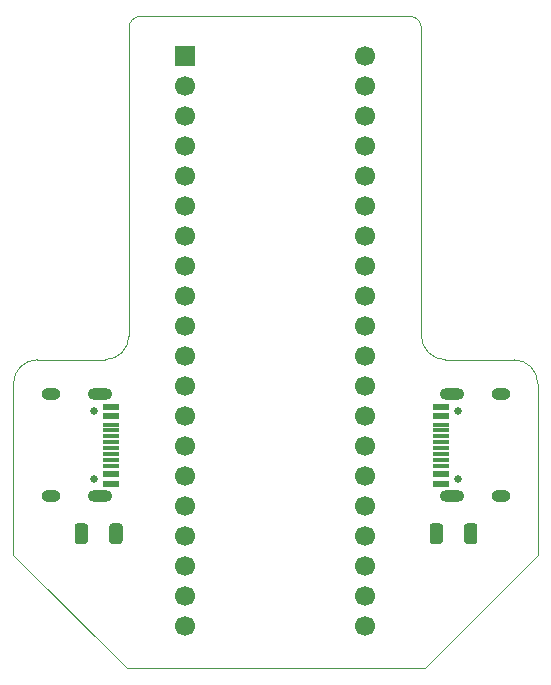
<source format=gbr>
%TF.GenerationSoftware,KiCad,Pcbnew,(5.1.10-1-10_14)*%
%TF.CreationDate,2021-07-13T06:28:44-07:00*%
%TF.ProjectId,Synapse,53796e61-7073-4652-9e6b-696361645f70,rev?*%
%TF.SameCoordinates,Original*%
%TF.FileFunction,Soldermask,Top*%
%TF.FilePolarity,Negative*%
%FSLAX46Y46*%
G04 Gerber Fmt 4.6, Leading zero omitted, Abs format (unit mm)*
G04 Created by KiCad (PCBNEW (5.1.10-1-10_14)) date 2021-07-13 06:28:44*
%MOMM*%
%LPD*%
G01*
G04 APERTURE LIST*
%TA.AperFunction,Profile*%
%ADD10C,0.050000*%
%TD*%
%ADD11R,1.450000X0.600000*%
%ADD12R,1.450000X0.300000*%
%ADD13O,2.100000X1.000000*%
%ADD14C,0.650000*%
%ADD15O,1.600000X1.000000*%
%ADD16C,1.700000*%
%ADD17R,1.700000X1.700000*%
G04 APERTURE END LIST*
D10*
X163474400Y-75285600D02*
X173050200Y-65684400D01*
X138277600Y-75285600D02*
X128651000Y-65684400D01*
X171018200Y-49149000D02*
G75*
G02*
X173050200Y-51181000I0J-2032000D01*
G01*
X128651000Y-51181000D02*
G75*
G02*
X130683000Y-49149000I2032000J0D01*
G01*
X163195000Y-47117000D02*
X163195000Y-21082000D01*
X138430000Y-47117000D02*
X138430000Y-21082000D01*
X165227000Y-49149000D02*
X171018200Y-49149000D01*
X136398000Y-49149000D02*
X130683000Y-49149000D01*
X165227000Y-49149000D02*
G75*
G02*
X163195000Y-47117000I0J2032000D01*
G01*
X138430000Y-47117000D02*
G75*
G02*
X136398000Y-49149000I-2032000J0D01*
G01*
X139446000Y-20066000D02*
X162179000Y-20066000D01*
X128651000Y-65684400D02*
X128651000Y-51181000D01*
X163474400Y-75285600D02*
X138277600Y-75285600D01*
X173050200Y-51181000D02*
X173050200Y-65684400D01*
X162179000Y-20066000D02*
G75*
G02*
X163195000Y-21082000I0J-1016000D01*
G01*
X138430000Y-21082000D02*
G75*
G02*
X139446000Y-20066000I1016000J0D01*
G01*
%TO.C,R2*%
G36*
G01*
X166812800Y-64506001D02*
X166812800Y-63255999D01*
G75*
G02*
X167062799Y-63006000I249999J0D01*
G01*
X167687801Y-63006000D01*
G75*
G02*
X167937800Y-63255999I0J-249999D01*
G01*
X167937800Y-64506001D01*
G75*
G02*
X167687801Y-64756000I-249999J0D01*
G01*
X167062799Y-64756000D01*
G75*
G02*
X166812800Y-64506001I0J249999D01*
G01*
G37*
G36*
G01*
X163887800Y-64506001D02*
X163887800Y-63255999D01*
G75*
G02*
X164137799Y-63006000I249999J0D01*
G01*
X164762801Y-63006000D01*
G75*
G02*
X165012800Y-63255999I0J-249999D01*
G01*
X165012800Y-64506001D01*
G75*
G02*
X164762801Y-64756000I-249999J0D01*
G01*
X164137799Y-64756000D01*
G75*
G02*
X163887800Y-64506001I0J249999D01*
G01*
G37*
%TD*%
%TO.C,R1*%
G36*
G01*
X134964600Y-63255999D02*
X134964600Y-64506001D01*
G75*
G02*
X134714601Y-64756000I-249999J0D01*
G01*
X134089599Y-64756000D01*
G75*
G02*
X133839600Y-64506001I0J249999D01*
G01*
X133839600Y-63255999D01*
G75*
G02*
X134089599Y-63006000I249999J0D01*
G01*
X134714601Y-63006000D01*
G75*
G02*
X134964600Y-63255999I0J-249999D01*
G01*
G37*
G36*
G01*
X137889600Y-63255999D02*
X137889600Y-64506001D01*
G75*
G02*
X137639601Y-64756000I-249999J0D01*
G01*
X137014599Y-64756000D01*
G75*
G02*
X136764600Y-64506001I0J249999D01*
G01*
X136764600Y-63255999D01*
G75*
G02*
X137014599Y-63006000I249999J0D01*
G01*
X137639601Y-63006000D01*
G75*
G02*
X137889600Y-63255999I0J-249999D01*
G01*
G37*
%TD*%
D11*
%TO.C,USB1*%
X136887000Y-59638000D03*
X136887000Y-58838000D03*
X136887000Y-53938000D03*
X136887000Y-53138000D03*
X136887000Y-53138000D03*
X136887000Y-53938000D03*
X136887000Y-58838000D03*
X136887000Y-59638000D03*
D12*
X136887000Y-54638000D03*
X136887000Y-55138000D03*
X136887000Y-55638000D03*
X136887000Y-56638000D03*
X136887000Y-57138000D03*
X136887000Y-57638000D03*
X136887000Y-58138000D03*
X136887000Y-56138000D03*
D13*
X135972000Y-60708000D03*
X135972000Y-52068000D03*
D14*
X135442000Y-53498000D03*
D15*
X131792000Y-52068000D03*
D14*
X135442000Y-59278000D03*
D15*
X131792000Y-60708000D03*
%TD*%
D16*
%TO.C,U1*%
X158440000Y-23400000D03*
D17*
X143200000Y-23400000D03*
D16*
X158440000Y-25940000D03*
X143200000Y-25940000D03*
X158440000Y-28480000D03*
X143200000Y-28480000D03*
X158440000Y-31020000D03*
X143200000Y-31020000D03*
X158440000Y-33560000D03*
X143200000Y-33560000D03*
X158440000Y-36100000D03*
X143200000Y-36100000D03*
X158440000Y-38640000D03*
X143200000Y-38640000D03*
X158440000Y-41180000D03*
X143200000Y-41180000D03*
X158440000Y-43720000D03*
X143200000Y-43720000D03*
X158440000Y-46260000D03*
X143200000Y-46260000D03*
X158440000Y-48800000D03*
X143200000Y-48800000D03*
X158440000Y-51340000D03*
X143200000Y-51340000D03*
X158440000Y-53880000D03*
X143200000Y-53880000D03*
X158440000Y-56420000D03*
X143200000Y-56420000D03*
X158440000Y-58960000D03*
X143200000Y-58960000D03*
X158440000Y-61500000D03*
X143200000Y-61500000D03*
X158440000Y-64040000D03*
X143200000Y-64040000D03*
X158440000Y-66580000D03*
X143200000Y-66580000D03*
X158440000Y-69120000D03*
X143200000Y-69120000D03*
X158440000Y-71660000D03*
X143200000Y-71660000D03*
%TD*%
D11*
%TO.C,USB2*%
X164865000Y-53138000D03*
X164865000Y-53938000D03*
X164865000Y-58838000D03*
X164865000Y-59638000D03*
X164865000Y-59638000D03*
X164865000Y-58838000D03*
X164865000Y-53938000D03*
X164865000Y-53138000D03*
D12*
X164865000Y-58138000D03*
X164865000Y-57638000D03*
X164865000Y-57138000D03*
X164865000Y-56138000D03*
X164865000Y-55638000D03*
X164865000Y-55138000D03*
X164865000Y-54638000D03*
X164865000Y-56638000D03*
D13*
X165780000Y-52068000D03*
X165780000Y-60708000D03*
D14*
X166310000Y-59278000D03*
D15*
X169960000Y-60708000D03*
D14*
X166310000Y-53498000D03*
D15*
X169960000Y-52068000D03*
%TD*%
M02*

</source>
